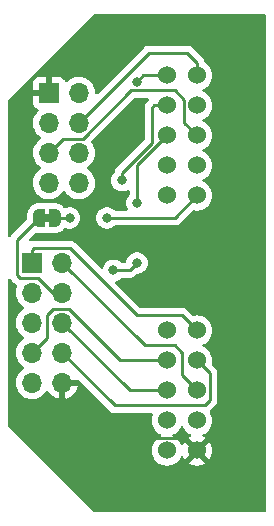
<source format=gbr>
G04 #@! TF.GenerationSoftware,KiCad,Pcbnew,(6.0.0)*
G04 #@! TF.CreationDate,2021-12-31T10:21:58-05:00*
G04 #@! TF.ProjectId,SKR-Mini_Screen,534b522d-4d69-46e6-995f-53637265656e,rev?*
G04 #@! TF.SameCoordinates,Original*
G04 #@! TF.FileFunction,Copper,L1,Top*
G04 #@! TF.FilePolarity,Positive*
%FSLAX46Y46*%
G04 Gerber Fmt 4.6, Leading zero omitted, Abs format (unit mm)*
G04 Created by KiCad (PCBNEW (6.0.0)) date 2021-12-31 10:21:58*
%MOMM*%
%LPD*%
G01*
G04 APERTURE LIST*
G04 Aperture macros list*
%AMFreePoly0*
4,1,22,0.500000,-0.750000,0.000000,-0.750000,0.000000,-0.745033,-0.079941,-0.743568,-0.215256,-0.701293,-0.333266,-0.622738,-0.424486,-0.514219,-0.481581,-0.384460,-0.499164,-0.250000,-0.500000,-0.250000,-0.500000,0.250000,-0.499164,0.250000,-0.499963,0.256109,-0.478152,0.396186,-0.417904,0.524511,-0.324060,0.630769,-0.204165,0.706417,-0.067858,0.745374,0.000000,0.744959,0.000000,0.750000,
0.500000,0.750000,0.500000,-0.750000,0.500000,-0.750000,$1*%
%AMFreePoly1*
4,1,20,0.000000,0.744959,0.073905,0.744508,0.209726,0.703889,0.328688,0.626782,0.421226,0.519385,0.479903,0.390333,0.500000,0.250000,0.500000,-0.250000,0.499851,-0.262216,0.476331,-0.402017,0.414519,-0.529596,0.319384,-0.634700,0.198574,-0.708877,0.061801,-0.746166,0.000000,-0.745033,0.000000,-0.750000,-0.500000,-0.750000,-0.500000,0.750000,0.000000,0.750000,0.000000,0.744959,
0.000000,0.744959,$1*%
G04 Aperture macros list end*
G04 #@! TA.AperFunction,ComponentPad*
%ADD10C,1.524000*%
G04 #@! TD*
G04 #@! TA.AperFunction,SMDPad,CuDef*
%ADD11FreePoly0,0.000000*%
G04 #@! TD*
G04 #@! TA.AperFunction,SMDPad,CuDef*
%ADD12FreePoly1,0.000000*%
G04 #@! TD*
G04 #@! TA.AperFunction,ComponentPad*
%ADD13R,1.700000X1.700000*%
G04 #@! TD*
G04 #@! TA.AperFunction,ComponentPad*
%ADD14O,1.700000X1.700000*%
G04 #@! TD*
G04 #@! TA.AperFunction,ViaPad*
%ADD15C,0.800000*%
G04 #@! TD*
G04 #@! TA.AperFunction,Conductor*
%ADD16C,0.250000*%
G04 #@! TD*
G04 APERTURE END LIST*
G36*
X127250000Y-103170000D02*
G01*
X126750000Y-103170000D01*
X126750000Y-102570000D01*
X127250000Y-102570000D01*
X127250000Y-103170000D01*
G37*
D10*
X137160000Y-112395000D03*
X139700000Y-112395000D03*
X137160000Y-114935000D03*
X139700000Y-114935000D03*
X137160000Y-117475000D03*
X139700000Y-117475000D03*
X137160000Y-120015000D03*
X139700000Y-120015000D03*
X137160000Y-122555000D03*
X139700000Y-122555000D03*
X137160000Y-90805000D03*
X139700000Y-90805000D03*
X137160000Y-93345000D03*
X139700000Y-93345000D03*
X137160000Y-95885000D03*
X139700000Y-95885000D03*
X137160000Y-98425000D03*
X139700000Y-98425000D03*
X137160000Y-100965000D03*
X139700000Y-100965000D03*
D11*
X126350000Y-102870000D03*
D12*
X127650000Y-102870000D03*
D13*
X125730000Y-106680000D03*
D14*
X128270000Y-106680000D03*
X125730000Y-109220000D03*
X128270000Y-109220000D03*
X125730000Y-111760000D03*
X128270000Y-111760000D03*
X125730000Y-114300000D03*
X128270000Y-114300000D03*
X125730000Y-116840000D03*
X128270000Y-116840000D03*
D13*
X127178000Y-92292000D03*
D14*
X129718000Y-92292000D03*
X127178000Y-94832000D03*
X129718000Y-94832000D03*
X127178000Y-97372000D03*
X129718000Y-97372000D03*
X127178000Y-99912000D03*
X129718000Y-99912000D03*
D15*
X133350000Y-99695000D03*
X132625000Y-107315000D03*
X134620000Y-106680000D03*
X134620000Y-101600000D03*
X134620000Y-91350500D03*
X132080000Y-102870000D03*
X128905000Y-102870000D03*
D16*
X128270000Y-116840000D02*
X128270000Y-118042081D01*
X138938001Y-121793001D02*
X139700000Y-122555000D01*
X131695918Y-121467999D02*
X138612999Y-121467999D01*
X138612999Y-121467999D02*
X138938001Y-121793001D01*
X128270000Y-118042081D02*
X131695918Y-121467999D01*
X140787001Y-118292999D02*
X140787001Y-116022001D01*
X140787001Y-116022001D02*
X140461999Y-115696999D01*
X132715000Y-118745000D02*
X140335000Y-118745000D01*
X140461999Y-115696999D02*
X139700000Y-114935000D01*
X128270000Y-114300000D02*
X132715000Y-118745000D01*
X140335000Y-118745000D02*
X140787001Y-118292999D01*
X127000000Y-113030000D02*
X125730000Y-114300000D01*
X127000000Y-111125000D02*
X127000000Y-113030000D01*
X127540001Y-110584999D02*
X127000000Y-111125000D01*
X133184002Y-114935000D02*
X128834001Y-110584999D01*
X128834001Y-110584999D02*
X127540001Y-110584999D01*
X137160000Y-114935000D02*
X133184002Y-114935000D01*
X133985000Y-117475000D02*
X128270000Y-111760000D01*
X137160000Y-117475000D02*
X133985000Y-117475000D01*
X136082370Y-93345000D02*
X137160000Y-93345000D01*
X135890000Y-96518590D02*
X135890000Y-93537370D01*
X135890000Y-93537370D02*
X136082370Y-93345000D01*
X133350000Y-99695000D02*
X133350000Y-99058590D01*
X133350000Y-99058590D02*
X135890000Y-96518590D01*
X124460000Y-104760000D02*
X126350000Y-102870000D01*
X126199002Y-107950000D02*
X124714998Y-107950000D01*
X128270000Y-109220000D02*
X127469002Y-109220000D01*
X124460000Y-107695002D02*
X124460000Y-104760000D01*
X124714998Y-107950000D02*
X124460000Y-107695002D01*
X127469002Y-109220000D02*
X126199002Y-107950000D01*
X134620000Y-106680000D02*
X134620000Y-106680000D01*
X132625000Y-107315000D02*
X133985000Y-107315000D01*
X133985000Y-107315000D02*
X134620000Y-106680000D01*
X134620000Y-98425000D02*
X137160000Y-95885000D01*
X134620000Y-101600000D02*
X134620000Y-98425000D01*
X138430000Y-116205000D02*
X138430000Y-114300000D01*
X139700000Y-117475000D02*
X138430000Y-116205000D01*
X135255000Y-113665000D02*
X128270000Y-106680000D01*
X137795000Y-113665000D02*
X135255000Y-113665000D01*
X138430000Y-114300000D02*
X137795000Y-113665000D01*
X125900000Y-105410000D02*
X125730000Y-105580000D01*
X139700000Y-112395000D02*
X138430000Y-111125000D01*
X128905000Y-105410000D02*
X125900000Y-105410000D01*
X134620000Y-111125000D02*
X128905000Y-105410000D01*
X138430000Y-111125000D02*
X134620000Y-111125000D01*
X125730000Y-105580000D02*
X125730000Y-106680000D01*
X128352511Y-96197489D02*
X127178000Y-97372000D01*
X138612999Y-92892999D02*
X138612999Y-94797999D01*
X138612999Y-94797999D02*
X139700000Y-95885000D01*
X134136010Y-92075000D02*
X130013521Y-96197489D01*
X130013521Y-96197489D02*
X128352511Y-96197489D01*
X137795000Y-92075000D02*
X138612999Y-92892999D01*
X137795000Y-92075000D02*
X134136010Y-92075000D01*
X135650000Y-88900000D02*
X129718000Y-94832000D01*
X129718000Y-94682386D02*
X129718000Y-94832000D01*
X138872630Y-88900000D02*
X135650000Y-88900000D01*
X139700000Y-89727370D02*
X138872630Y-88900000D01*
X139700000Y-90805000D02*
X139700000Y-89727370D01*
X135165500Y-90805000D02*
X134620000Y-91350500D01*
X137160000Y-90805000D02*
X135165500Y-90805000D01*
X129673000Y-97028000D02*
X130302000Y-97028000D01*
X132080000Y-102870000D02*
X137795000Y-102870000D01*
X127650000Y-102870000D02*
X128905000Y-102870000D01*
X137795000Y-102870000D02*
X139700000Y-100965000D01*
X127133000Y-99568000D02*
X127127000Y-99568000D01*
G04 #@! TA.AperFunction,Conductor*
G36*
X145484121Y-85618002D02*
G01*
X145530614Y-85671658D01*
X145542000Y-85724000D01*
X145542000Y-127636000D01*
X145521998Y-127704121D01*
X145468342Y-127750614D01*
X145416000Y-127762000D01*
X131072610Y-127762000D01*
X131004489Y-127741998D01*
X130983515Y-127725095D01*
X123734905Y-120476485D01*
X123700879Y-120414173D01*
X123698000Y-120387390D01*
X123698000Y-108111762D01*
X123718002Y-108043641D01*
X123771658Y-107997148D01*
X123841932Y-107987044D01*
X123906512Y-108016538D01*
X123925946Y-108037714D01*
X123926445Y-108038401D01*
X123932952Y-108048309D01*
X123942302Y-108064118D01*
X123955458Y-108086364D01*
X123969779Y-108100685D01*
X123982619Y-108115718D01*
X123994528Y-108132109D01*
X124000634Y-108137160D01*
X124028605Y-108160300D01*
X124037384Y-108168290D01*
X124211341Y-108342247D01*
X124218885Y-108350537D01*
X124222998Y-108357018D01*
X124228775Y-108362443D01*
X124272665Y-108403658D01*
X124275507Y-108406413D01*
X124295229Y-108426135D01*
X124298353Y-108428558D01*
X124298357Y-108428562D01*
X124298422Y-108428612D01*
X124307443Y-108436317D01*
X124339677Y-108466586D01*
X124346625Y-108470405D01*
X124346627Y-108470407D01*
X124357430Y-108476346D01*
X124373957Y-108487202D01*
X124383696Y-108494757D01*
X124383698Y-108494758D01*
X124389958Y-108499614D01*
X124418342Y-108511897D01*
X124472915Y-108557307D01*
X124494275Y-108625014D01*
X124482587Y-108680584D01*
X124452869Y-108744605D01*
X124452866Y-108744612D01*
X124450688Y-108749305D01*
X124390989Y-108964570D01*
X124367251Y-109186695D01*
X124367548Y-109191848D01*
X124367548Y-109191851D01*
X124373011Y-109286590D01*
X124380110Y-109409715D01*
X124381247Y-109414761D01*
X124381248Y-109414767D01*
X124401119Y-109502939D01*
X124429222Y-109627639D01*
X124513266Y-109834616D01*
X124629987Y-110025088D01*
X124776250Y-110193938D01*
X124948126Y-110336632D01*
X125018595Y-110377811D01*
X125021445Y-110379476D01*
X125070169Y-110431114D01*
X125083240Y-110500897D01*
X125056509Y-110566669D01*
X125016055Y-110600027D01*
X125003607Y-110606507D01*
X124999474Y-110609610D01*
X124999471Y-110609612D01*
X124829100Y-110737530D01*
X124824965Y-110740635D01*
X124670629Y-110902138D01*
X124544743Y-111086680D01*
X124450688Y-111289305D01*
X124390989Y-111504570D01*
X124367251Y-111726695D01*
X124367548Y-111731848D01*
X124367548Y-111731851D01*
X124369314Y-111762474D01*
X124380110Y-111949715D01*
X124381247Y-111954761D01*
X124381248Y-111954767D01*
X124405304Y-112061508D01*
X124429222Y-112167639D01*
X124513266Y-112374616D01*
X124629987Y-112565088D01*
X124776250Y-112733938D01*
X124948126Y-112876632D01*
X125018595Y-112917811D01*
X125021445Y-112919476D01*
X125070169Y-112971114D01*
X125083240Y-113040897D01*
X125056509Y-113106669D01*
X125016055Y-113140027D01*
X125003607Y-113146507D01*
X124999474Y-113149610D01*
X124999471Y-113149612D01*
X124829100Y-113277530D01*
X124824965Y-113280635D01*
X124670629Y-113442138D01*
X124544743Y-113626680D01*
X124450688Y-113829305D01*
X124390989Y-114044570D01*
X124367251Y-114266695D01*
X124367548Y-114271848D01*
X124367548Y-114271851D01*
X124373011Y-114366590D01*
X124380110Y-114489715D01*
X124381247Y-114494761D01*
X124381248Y-114494767D01*
X124382158Y-114498804D01*
X124429222Y-114707639D01*
X124513266Y-114914616D01*
X124564942Y-114998944D01*
X124627291Y-115100688D01*
X124629987Y-115105088D01*
X124776250Y-115273938D01*
X124948126Y-115416632D01*
X125018595Y-115457811D01*
X125021445Y-115459476D01*
X125070169Y-115511114D01*
X125083240Y-115580897D01*
X125056509Y-115646669D01*
X125016055Y-115680027D01*
X125003607Y-115686507D01*
X124999474Y-115689610D01*
X124999471Y-115689612D01*
X124829100Y-115817530D01*
X124824965Y-115820635D01*
X124670629Y-115982138D01*
X124544743Y-116166680D01*
X124526956Y-116205000D01*
X124453245Y-116363797D01*
X124450688Y-116369305D01*
X124390989Y-116584570D01*
X124367251Y-116806695D01*
X124367548Y-116811848D01*
X124367548Y-116811851D01*
X124369017Y-116837324D01*
X124380110Y-117029715D01*
X124381247Y-117034761D01*
X124381248Y-117034767D01*
X124382158Y-117038804D01*
X124429222Y-117247639D01*
X124513266Y-117454616D01*
X124629987Y-117645088D01*
X124776250Y-117813938D01*
X124948126Y-117956632D01*
X125141000Y-118069338D01*
X125145825Y-118071180D01*
X125145826Y-118071181D01*
X125158967Y-118076199D01*
X125349692Y-118149030D01*
X125354760Y-118150061D01*
X125354763Y-118150062D01*
X125449862Y-118169410D01*
X125568597Y-118193567D01*
X125573772Y-118193757D01*
X125573774Y-118193757D01*
X125786673Y-118201564D01*
X125786677Y-118201564D01*
X125791837Y-118201753D01*
X125796957Y-118201097D01*
X125796959Y-118201097D01*
X126008288Y-118174025D01*
X126008289Y-118174025D01*
X126013416Y-118173368D01*
X126018366Y-118171883D01*
X126222429Y-118110661D01*
X126222434Y-118110659D01*
X126227384Y-118109174D01*
X126427994Y-118010896D01*
X126609860Y-117881173D01*
X126768096Y-117723489D01*
X126827594Y-117640689D01*
X126898453Y-117542077D01*
X126899640Y-117542930D01*
X126946960Y-117499362D01*
X127016897Y-117487145D01*
X127082338Y-117514678D01*
X127110166Y-117546511D01*
X127167694Y-117640388D01*
X127173777Y-117648699D01*
X127313213Y-117809667D01*
X127320580Y-117816883D01*
X127484434Y-117952916D01*
X127492881Y-117958831D01*
X127676756Y-118066279D01*
X127686042Y-118070729D01*
X127885001Y-118146703D01*
X127894899Y-118149579D01*
X127998250Y-118170606D01*
X128012299Y-118169410D01*
X128016000Y-118159065D01*
X128016000Y-118158517D01*
X128524000Y-118158517D01*
X128528064Y-118172359D01*
X128541478Y-118174393D01*
X128548184Y-118173534D01*
X128558262Y-118171392D01*
X128762255Y-118110191D01*
X128771842Y-118106433D01*
X128963095Y-118012739D01*
X128971945Y-118007464D01*
X129145328Y-117883792D01*
X129153200Y-117877139D01*
X129304052Y-117726812D01*
X129310730Y-117718965D01*
X129435003Y-117546020D01*
X129440313Y-117537183D01*
X129534670Y-117346267D01*
X129538469Y-117336672D01*
X129600377Y-117132910D01*
X129602555Y-117122837D01*
X129603986Y-117111962D01*
X129601775Y-117097778D01*
X129588617Y-117094000D01*
X128542115Y-117094000D01*
X128526876Y-117098475D01*
X128525671Y-117099865D01*
X128524000Y-117107548D01*
X128524000Y-118158517D01*
X128016000Y-118158517D01*
X128016000Y-116712000D01*
X128036002Y-116643879D01*
X128089658Y-116597386D01*
X128142000Y-116586000D01*
X129606459Y-116586000D01*
X129606459Y-116590775D01*
X129643133Y-116590792D01*
X129696673Y-116622577D01*
X132211343Y-119137247D01*
X132218887Y-119145537D01*
X132223000Y-119152018D01*
X132228777Y-119157443D01*
X132272667Y-119198658D01*
X132275509Y-119201413D01*
X132295230Y-119221134D01*
X132298425Y-119223612D01*
X132307447Y-119231318D01*
X132339679Y-119261586D01*
X132346628Y-119265406D01*
X132357432Y-119271346D01*
X132373956Y-119282199D01*
X132389959Y-119294613D01*
X132430543Y-119312176D01*
X132441173Y-119317383D01*
X132479940Y-119338695D01*
X132487617Y-119340666D01*
X132487622Y-119340668D01*
X132499558Y-119343732D01*
X132518266Y-119350137D01*
X132536855Y-119358181D01*
X132544683Y-119359421D01*
X132544690Y-119359423D01*
X132580524Y-119365099D01*
X132592144Y-119367505D01*
X132612831Y-119372816D01*
X132634970Y-119378500D01*
X132655224Y-119378500D01*
X132674934Y-119380051D01*
X132694943Y-119383220D01*
X132702835Y-119382474D01*
X132738961Y-119379059D01*
X132750819Y-119378500D01*
X135857183Y-119378500D01*
X135925304Y-119398502D01*
X135971797Y-119452158D01*
X135981901Y-119522432D01*
X135971377Y-119557751D01*
X135961560Y-119578804D01*
X135904022Y-119793537D01*
X135884647Y-120015000D01*
X135904022Y-120236463D01*
X135961560Y-120451196D01*
X135963882Y-120456177D01*
X135963883Y-120456178D01*
X136053186Y-120647689D01*
X136053189Y-120647694D01*
X136055512Y-120652676D01*
X136058668Y-120657183D01*
X136058669Y-120657185D01*
X136079180Y-120686477D01*
X136183023Y-120834781D01*
X136340219Y-120991977D01*
X136344727Y-120995134D01*
X136344730Y-120995136D01*
X136404157Y-121036747D01*
X136522323Y-121119488D01*
X136527305Y-121121811D01*
X136527310Y-121121814D01*
X136632373Y-121170805D01*
X136685658Y-121217722D01*
X136705119Y-121285999D01*
X136684577Y-121353959D01*
X136632373Y-121399195D01*
X136527311Y-121448186D01*
X136527306Y-121448189D01*
X136522324Y-121450512D01*
X136517817Y-121453668D01*
X136517815Y-121453669D01*
X136344730Y-121574864D01*
X136344727Y-121574866D01*
X136340219Y-121578023D01*
X136183023Y-121735219D01*
X136179866Y-121739727D01*
X136179864Y-121739730D01*
X136058669Y-121912815D01*
X136055512Y-121917324D01*
X136053189Y-121922306D01*
X136053186Y-121922311D01*
X136003919Y-122027965D01*
X135961560Y-122118804D01*
X135904022Y-122333537D01*
X135884647Y-122555000D01*
X135904022Y-122776463D01*
X135961560Y-122991196D01*
X135963882Y-122996177D01*
X135963883Y-122996178D01*
X136053186Y-123187689D01*
X136053189Y-123187694D01*
X136055512Y-123192676D01*
X136058668Y-123197183D01*
X136058669Y-123197185D01*
X136095107Y-123249223D01*
X136183023Y-123374781D01*
X136340219Y-123531977D01*
X136344727Y-123535134D01*
X136344730Y-123535136D01*
X136420495Y-123588187D01*
X136522323Y-123659488D01*
X136527305Y-123661811D01*
X136527310Y-123661814D01*
X136717810Y-123750645D01*
X136723804Y-123753440D01*
X136729112Y-123754862D01*
X136729114Y-123754863D01*
X136794949Y-123772503D01*
X136938537Y-123810978D01*
X137160000Y-123830353D01*
X137381463Y-123810978D01*
X137525051Y-123772503D01*
X137590886Y-123754863D01*
X137590888Y-123754862D01*
X137596196Y-123753440D01*
X137602190Y-123750645D01*
X137792690Y-123661814D01*
X137792695Y-123661811D01*
X137797677Y-123659488D01*
X137862959Y-123613777D01*
X139005777Y-123613777D01*
X139015074Y-123625793D01*
X139058069Y-123655898D01*
X139067555Y-123661376D01*
X139258993Y-123750645D01*
X139269285Y-123754391D01*
X139473309Y-123809059D01*
X139484104Y-123810962D01*
X139694525Y-123829372D01*
X139705475Y-123829372D01*
X139915896Y-123810962D01*
X139926691Y-123809059D01*
X140130715Y-123754391D01*
X140141007Y-123750645D01*
X140332445Y-123661376D01*
X140341931Y-123655898D01*
X140385764Y-123625207D01*
X140394139Y-123614729D01*
X140387071Y-123601281D01*
X139712812Y-122927022D01*
X139698868Y-122919408D01*
X139697035Y-122919539D01*
X139690420Y-122923790D01*
X139012207Y-123602003D01*
X139005777Y-123613777D01*
X137862959Y-123613777D01*
X137899505Y-123588187D01*
X137975270Y-123535136D01*
X137975273Y-123535134D01*
X137979781Y-123531977D01*
X138136977Y-123374781D01*
X138224894Y-123249223D01*
X138261331Y-123197185D01*
X138261332Y-123197183D01*
X138264488Y-123192676D01*
X138266811Y-123187694D01*
X138266814Y-123187689D01*
X138316081Y-123082035D01*
X138362999Y-123028750D01*
X138431276Y-123009289D01*
X138499236Y-123029831D01*
X138544471Y-123082035D01*
X138593623Y-123187441D01*
X138599103Y-123196932D01*
X138629794Y-123240765D01*
X138640271Y-123249140D01*
X138653718Y-123242072D01*
X139327978Y-122567812D01*
X139334356Y-122556132D01*
X140064408Y-122556132D01*
X140064539Y-122557965D01*
X140068790Y-122564580D01*
X140747003Y-123242793D01*
X140758777Y-123249223D01*
X140770793Y-123239926D01*
X140800897Y-123196932D01*
X140806377Y-123187441D01*
X140895645Y-122996007D01*
X140899391Y-122985715D01*
X140954059Y-122781691D01*
X140955962Y-122770896D01*
X140974372Y-122560475D01*
X140974372Y-122549525D01*
X140955962Y-122339104D01*
X140954059Y-122328309D01*
X140899391Y-122124285D01*
X140895645Y-122113993D01*
X140806377Y-121922559D01*
X140800897Y-121913068D01*
X140770206Y-121869235D01*
X140759729Y-121860860D01*
X140746282Y-121867928D01*
X140072022Y-122542188D01*
X140064408Y-122556132D01*
X139334356Y-122556132D01*
X139335592Y-122553868D01*
X139335461Y-122552035D01*
X139331210Y-122545420D01*
X138652997Y-121867207D01*
X138641223Y-121860777D01*
X138629207Y-121870074D01*
X138599103Y-121913068D01*
X138593623Y-121922559D01*
X138544471Y-122027965D01*
X138497553Y-122081250D01*
X138429276Y-122100711D01*
X138361316Y-122080169D01*
X138316081Y-122027965D01*
X138266814Y-121922311D01*
X138266811Y-121922306D01*
X138264488Y-121917324D01*
X138261331Y-121912815D01*
X138140136Y-121739730D01*
X138140134Y-121739727D01*
X138136977Y-121735219D01*
X137979781Y-121578023D01*
X137975273Y-121574866D01*
X137975270Y-121574864D01*
X137899505Y-121521813D01*
X137797677Y-121450512D01*
X137792695Y-121448189D01*
X137792690Y-121448186D01*
X137687627Y-121399195D01*
X137634342Y-121352278D01*
X137614881Y-121284001D01*
X137635423Y-121216041D01*
X137687627Y-121170805D01*
X137792690Y-121121814D01*
X137792695Y-121121811D01*
X137797677Y-121119488D01*
X137915843Y-121036747D01*
X137975270Y-120995136D01*
X137975273Y-120995134D01*
X137979781Y-120991977D01*
X138136977Y-120834781D01*
X138240821Y-120686477D01*
X138261331Y-120657185D01*
X138261332Y-120657183D01*
X138264488Y-120652676D01*
X138266811Y-120647694D01*
X138266814Y-120647689D01*
X138315805Y-120542627D01*
X138362723Y-120489342D01*
X138431000Y-120469881D01*
X138498960Y-120490423D01*
X138544195Y-120542627D01*
X138593186Y-120647689D01*
X138593189Y-120647694D01*
X138595512Y-120652676D01*
X138598668Y-120657183D01*
X138598669Y-120657185D01*
X138619180Y-120686477D01*
X138723023Y-120834781D01*
X138880219Y-120991977D01*
X138884727Y-120995134D01*
X138884730Y-120995136D01*
X138944157Y-121036747D01*
X139062323Y-121119488D01*
X139067305Y-121121811D01*
X139067310Y-121121814D01*
X139172965Y-121171081D01*
X139226250Y-121217998D01*
X139245711Y-121286275D01*
X139225169Y-121354235D01*
X139172965Y-121399471D01*
X139067559Y-121448623D01*
X139058068Y-121454103D01*
X139014235Y-121484794D01*
X139005860Y-121495271D01*
X139012928Y-121508718D01*
X139687188Y-122182978D01*
X139701132Y-122190592D01*
X139702965Y-122190461D01*
X139709580Y-122186210D01*
X140387793Y-121507997D01*
X140394223Y-121496223D01*
X140384926Y-121484207D01*
X140341931Y-121454102D01*
X140332445Y-121448624D01*
X140227035Y-121399471D01*
X140173750Y-121352554D01*
X140154289Y-121284277D01*
X140174831Y-121216317D01*
X140227035Y-121171081D01*
X140332690Y-121121814D01*
X140332695Y-121121811D01*
X140337677Y-121119488D01*
X140455843Y-121036747D01*
X140515270Y-120995136D01*
X140515273Y-120995134D01*
X140519781Y-120991977D01*
X140676977Y-120834781D01*
X140780821Y-120686477D01*
X140801331Y-120657185D01*
X140801332Y-120657183D01*
X140804488Y-120652676D01*
X140806811Y-120647694D01*
X140806814Y-120647689D01*
X140896117Y-120456178D01*
X140896118Y-120456177D01*
X140898440Y-120451196D01*
X140955978Y-120236463D01*
X140975353Y-120015000D01*
X140955978Y-119793537D01*
X140898440Y-119578804D01*
X140839384Y-119452158D01*
X140806814Y-119382311D01*
X140806811Y-119382306D01*
X140804488Y-119377324D01*
X140781425Y-119344386D01*
X140758737Y-119277113D01*
X140776022Y-119208253D01*
X140787553Y-119191801D01*
X140800288Y-119176407D01*
X140808278Y-119167626D01*
X141179260Y-118796645D01*
X141187538Y-118789112D01*
X141194019Y-118784999D01*
X141240631Y-118735361D01*
X141243386Y-118732518D01*
X141260335Y-118715570D01*
X141263136Y-118712769D01*
X141265616Y-118709572D01*
X141273321Y-118700550D01*
X141298160Y-118674099D01*
X141303587Y-118668320D01*
X141307406Y-118661374D01*
X141307408Y-118661371D01*
X141313349Y-118650565D01*
X141324200Y-118634046D01*
X141331759Y-118624300D01*
X141336615Y-118618040D01*
X141339760Y-118610771D01*
X141339763Y-118610767D01*
X141354175Y-118577462D01*
X141359392Y-118566812D01*
X141380696Y-118528059D01*
X141385734Y-118508436D01*
X141392138Y-118489733D01*
X141397034Y-118478419D01*
X141397034Y-118478418D01*
X141400182Y-118471144D01*
X141401421Y-118463321D01*
X141401424Y-118463311D01*
X141407100Y-118427475D01*
X141409506Y-118415855D01*
X141418529Y-118380710D01*
X141418529Y-118380709D01*
X141420501Y-118373029D01*
X141420501Y-118352775D01*
X141422052Y-118333064D01*
X141423981Y-118320885D01*
X141425221Y-118313056D01*
X141421060Y-118269037D01*
X141420501Y-118257180D01*
X141420501Y-116100768D01*
X141421028Y-116089585D01*
X141422703Y-116082092D01*
X141421265Y-116036331D01*
X141420563Y-116014015D01*
X141420501Y-116010056D01*
X141420501Y-115982145D01*
X141419996Y-115978145D01*
X141419063Y-115966302D01*
X141417923Y-115930030D01*
X141417674Y-115922111D01*
X141412023Y-115902659D01*
X141408015Y-115883307D01*
X141406468Y-115871064D01*
X141405475Y-115863204D01*
X141396228Y-115839848D01*
X141389201Y-115822098D01*
X141385356Y-115810871D01*
X141377431Y-115783595D01*
X141373019Y-115768408D01*
X141368985Y-115761586D01*
X141368982Y-115761580D01*
X141362707Y-115750969D01*
X141354011Y-115733219D01*
X141349473Y-115721757D01*
X141349470Y-115721752D01*
X141346553Y-115714384D01*
X141328555Y-115689612D01*
X141320574Y-115678626D01*
X141314058Y-115668708D01*
X141295576Y-115637458D01*
X141291543Y-115630638D01*
X141277219Y-115616314D01*
X141264377Y-115601279D01*
X141261862Y-115597817D01*
X141252473Y-115584894D01*
X141218407Y-115556712D01*
X141209628Y-115548723D01*
X140978126Y-115317221D01*
X140944100Y-115254909D01*
X140945515Y-115195514D01*
X140954553Y-115161783D01*
X140954554Y-115161777D01*
X140955978Y-115156463D01*
X140975353Y-114935000D01*
X140955978Y-114713537D01*
X140898440Y-114498804D01*
X140838335Y-114369908D01*
X140806814Y-114302311D01*
X140806811Y-114302306D01*
X140804488Y-114297324D01*
X140786652Y-114271851D01*
X140680136Y-114119730D01*
X140680134Y-114119727D01*
X140676977Y-114115219D01*
X140519781Y-113958023D01*
X140515273Y-113954866D01*
X140515270Y-113954864D01*
X140403016Y-113876263D01*
X140337677Y-113830512D01*
X140332695Y-113828189D01*
X140332690Y-113828186D01*
X140227627Y-113779195D01*
X140174342Y-113732278D01*
X140154881Y-113664001D01*
X140175423Y-113596041D01*
X140227627Y-113550805D01*
X140332690Y-113501814D01*
X140332695Y-113501811D01*
X140337677Y-113499488D01*
X140439505Y-113428187D01*
X140515270Y-113375136D01*
X140515273Y-113375134D01*
X140519781Y-113371977D01*
X140676977Y-113214781D01*
X140680314Y-113210016D01*
X140801331Y-113037185D01*
X140801332Y-113037183D01*
X140804488Y-113032676D01*
X140806811Y-113027694D01*
X140806814Y-113027689D01*
X140896117Y-112836178D01*
X140896118Y-112836177D01*
X140898440Y-112831196D01*
X140955978Y-112616463D01*
X140975353Y-112395000D01*
X140955978Y-112173537D01*
X140898440Y-111958804D01*
X140816756Y-111783632D01*
X140806814Y-111762311D01*
X140806811Y-111762306D01*
X140804488Y-111757324D01*
X140786652Y-111731851D01*
X140680136Y-111579730D01*
X140680134Y-111579727D01*
X140676977Y-111575219D01*
X140519781Y-111418023D01*
X140515273Y-111414866D01*
X140515270Y-111414864D01*
X140439505Y-111361813D01*
X140337677Y-111290512D01*
X140332695Y-111288189D01*
X140332690Y-111288186D01*
X140141178Y-111198883D01*
X140141177Y-111198882D01*
X140136196Y-111196560D01*
X140130888Y-111195138D01*
X140130886Y-111195137D01*
X140030781Y-111168314D01*
X139921463Y-111139022D01*
X139700000Y-111119647D01*
X139478537Y-111139022D01*
X139473223Y-111140446D01*
X139473217Y-111140447D01*
X139439486Y-111149485D01*
X139368510Y-111147796D01*
X139317779Y-111116874D01*
X138933652Y-110732747D01*
X138926112Y-110724461D01*
X138922000Y-110717982D01*
X138872348Y-110671356D01*
X138869507Y-110668602D01*
X138849770Y-110648865D01*
X138846573Y-110646385D01*
X138837551Y-110638680D01*
X138832927Y-110634338D01*
X138805321Y-110608414D01*
X138798375Y-110604595D01*
X138798372Y-110604593D01*
X138787566Y-110598652D01*
X138771047Y-110587801D01*
X138770583Y-110587441D01*
X138755041Y-110575386D01*
X138747772Y-110572241D01*
X138747768Y-110572238D01*
X138714463Y-110557826D01*
X138703813Y-110552609D01*
X138665060Y-110531305D01*
X138645437Y-110526267D01*
X138626734Y-110519863D01*
X138615420Y-110514967D01*
X138615419Y-110514967D01*
X138608145Y-110511819D01*
X138600322Y-110510580D01*
X138600312Y-110510577D01*
X138564476Y-110504901D01*
X138552856Y-110502495D01*
X138517711Y-110493472D01*
X138517710Y-110493472D01*
X138510030Y-110491500D01*
X138489776Y-110491500D01*
X138470065Y-110489949D01*
X138457886Y-110488020D01*
X138450057Y-110486780D01*
X138442165Y-110487526D01*
X138406039Y-110490941D01*
X138394181Y-110491500D01*
X134934594Y-110491500D01*
X134866473Y-110471498D01*
X134845499Y-110454595D01*
X132797093Y-108406189D01*
X132763067Y-108343877D01*
X132768132Y-108273062D01*
X132810679Y-108216226D01*
X132859991Y-108193847D01*
X132872364Y-108191217D01*
X132900830Y-108185167D01*
X132900833Y-108185166D01*
X132907288Y-108183794D01*
X132942111Y-108168290D01*
X133075722Y-108108803D01*
X133075724Y-108108802D01*
X133081752Y-108106118D01*
X133118338Y-108079537D01*
X133230914Y-107997745D01*
X133236253Y-107993866D01*
X133240668Y-107988963D01*
X133245580Y-107984540D01*
X133246705Y-107985789D01*
X133300014Y-107952949D01*
X133333200Y-107948500D01*
X133906233Y-107948500D01*
X133917416Y-107949027D01*
X133924909Y-107950702D01*
X133932835Y-107950453D01*
X133932836Y-107950453D01*
X133992986Y-107948562D01*
X133996945Y-107948500D01*
X134024856Y-107948500D01*
X134028791Y-107948003D01*
X134028856Y-107947995D01*
X134040693Y-107947062D01*
X134072951Y-107946048D01*
X134076970Y-107945922D01*
X134084889Y-107945673D01*
X134104343Y-107940021D01*
X134123700Y-107936013D01*
X134135930Y-107934468D01*
X134135931Y-107934468D01*
X134143797Y-107933474D01*
X134151168Y-107930555D01*
X134151170Y-107930555D01*
X134184912Y-107917196D01*
X134196142Y-107913351D01*
X134230983Y-107903229D01*
X134230984Y-107903229D01*
X134238593Y-107901018D01*
X134245412Y-107896985D01*
X134245417Y-107896983D01*
X134256028Y-107890707D01*
X134273776Y-107882012D01*
X134292617Y-107874552D01*
X134328387Y-107848564D01*
X134338307Y-107842048D01*
X134369535Y-107823580D01*
X134369538Y-107823578D01*
X134376362Y-107819542D01*
X134390683Y-107805221D01*
X134405717Y-107792380D01*
X134415694Y-107785131D01*
X134422107Y-107780472D01*
X134450298Y-107746395D01*
X134458288Y-107737616D01*
X134570499Y-107625405D01*
X134632811Y-107591379D01*
X134659594Y-107588500D01*
X134715487Y-107588500D01*
X134721939Y-107587128D01*
X134721944Y-107587128D01*
X134808888Y-107568647D01*
X134902288Y-107548794D01*
X135045375Y-107485088D01*
X135070722Y-107473803D01*
X135070724Y-107473802D01*
X135076752Y-107471118D01*
X135231253Y-107358866D01*
X135235675Y-107353955D01*
X135354621Y-107221852D01*
X135354622Y-107221851D01*
X135359040Y-107216944D01*
X135454527Y-107051556D01*
X135513542Y-106869928D01*
X135533504Y-106680000D01*
X135521803Y-106568671D01*
X135514232Y-106496635D01*
X135514232Y-106496633D01*
X135513542Y-106490072D01*
X135454527Y-106308444D01*
X135359040Y-106143056D01*
X135231253Y-106001134D01*
X135076752Y-105888882D01*
X135070724Y-105886198D01*
X135070722Y-105886197D01*
X134908319Y-105813891D01*
X134908318Y-105813891D01*
X134902288Y-105811206D01*
X134808888Y-105791353D01*
X134721944Y-105772872D01*
X134721939Y-105772872D01*
X134715487Y-105771500D01*
X134524513Y-105771500D01*
X134518061Y-105772872D01*
X134518056Y-105772872D01*
X134431113Y-105791353D01*
X134337712Y-105811206D01*
X134331682Y-105813891D01*
X134331681Y-105813891D01*
X134169278Y-105886197D01*
X134169276Y-105886198D01*
X134163248Y-105888882D01*
X134008747Y-106001134D01*
X133880960Y-106143056D01*
X133785473Y-106308444D01*
X133726458Y-106490072D01*
X133725769Y-106496631D01*
X133725768Y-106496634D01*
X133718197Y-106568671D01*
X133691184Y-106634327D01*
X133632962Y-106674957D01*
X133592887Y-106681500D01*
X133333200Y-106681500D01*
X133265079Y-106661498D01*
X133245853Y-106645157D01*
X133245580Y-106645460D01*
X133240668Y-106641037D01*
X133236253Y-106636134D01*
X133081752Y-106523882D01*
X133075724Y-106521198D01*
X133075722Y-106521197D01*
X132913319Y-106448891D01*
X132913318Y-106448891D01*
X132907288Y-106446206D01*
X132813887Y-106426353D01*
X132726944Y-106407872D01*
X132726939Y-106407872D01*
X132720487Y-106406500D01*
X132529513Y-106406500D01*
X132523061Y-106407872D01*
X132523056Y-106407872D01*
X132436113Y-106426353D01*
X132342712Y-106446206D01*
X132336682Y-106448891D01*
X132336681Y-106448891D01*
X132174278Y-106521197D01*
X132174276Y-106521198D01*
X132168248Y-106523882D01*
X132013747Y-106636134D01*
X131885960Y-106778056D01*
X131790473Y-106943444D01*
X131745491Y-107081885D01*
X131742152Y-107092160D01*
X131702078Y-107150766D01*
X131636682Y-107178403D01*
X131566725Y-107166296D01*
X131533224Y-107142319D01*
X129408652Y-105017747D01*
X129401112Y-105009461D01*
X129397000Y-105002982D01*
X129347348Y-104956356D01*
X129344507Y-104953602D01*
X129324770Y-104933865D01*
X129321573Y-104931385D01*
X129312551Y-104923680D01*
X129280321Y-104893414D01*
X129273375Y-104889595D01*
X129273372Y-104889593D01*
X129262566Y-104883652D01*
X129246047Y-104872801D01*
X129245583Y-104872441D01*
X129230041Y-104860386D01*
X129222772Y-104857241D01*
X129222768Y-104857238D01*
X129189463Y-104842826D01*
X129178813Y-104837609D01*
X129140060Y-104816305D01*
X129120437Y-104811267D01*
X129101734Y-104804863D01*
X129090420Y-104799967D01*
X129090419Y-104799967D01*
X129083145Y-104796819D01*
X129075322Y-104795580D01*
X129075312Y-104795577D01*
X129039476Y-104789901D01*
X129027856Y-104787495D01*
X128992711Y-104778472D01*
X128992710Y-104778472D01*
X128985030Y-104776500D01*
X128964776Y-104776500D01*
X128945065Y-104774949D01*
X128932886Y-104773020D01*
X128925057Y-104771780D01*
X128895786Y-104774547D01*
X128881039Y-104775941D01*
X128869181Y-104776500D01*
X125978767Y-104776500D01*
X125967584Y-104775973D01*
X125960091Y-104774298D01*
X125952165Y-104774547D01*
X125952164Y-104774547D01*
X125892014Y-104776438D01*
X125888055Y-104776500D01*
X125860144Y-104776500D01*
X125856210Y-104776997D01*
X125856209Y-104776997D01*
X125856144Y-104777005D01*
X125844307Y-104777938D01*
X125812490Y-104778938D01*
X125808029Y-104779078D01*
X125800110Y-104779327D01*
X125782454Y-104784456D01*
X125780658Y-104784978D01*
X125761306Y-104788986D01*
X125754270Y-104789875D01*
X125741203Y-104791526D01*
X125733834Y-104794443D01*
X125733832Y-104794444D01*
X125700097Y-104807800D01*
X125688869Y-104811645D01*
X125646407Y-104823982D01*
X125639585Y-104828016D01*
X125639586Y-104828016D01*
X125637347Y-104829340D01*
X125635363Y-104829843D01*
X125632309Y-104831165D01*
X125632096Y-104830672D01*
X125568530Y-104846799D01*
X125501199Y-104824282D01*
X125456730Y-104768937D01*
X125449242Y-104698337D01*
X125484113Y-104631791D01*
X125978979Y-104136925D01*
X126041291Y-104102899D01*
X126105644Y-104105752D01*
X126111754Y-104107661D01*
X126111763Y-104107663D01*
X126116039Y-104108999D01*
X126120463Y-104109716D01*
X126120465Y-104109716D01*
X126157597Y-104115730D01*
X126259821Y-104132287D01*
X126326782Y-104133514D01*
X126398539Y-104134830D01*
X126398541Y-104134830D01*
X126403020Y-104134912D01*
X126407465Y-104134359D01*
X126411944Y-104134122D01*
X126411951Y-104134249D01*
X126420339Y-104133729D01*
X126850000Y-104133729D01*
X126881986Y-104131441D01*
X126916373Y-104128982D01*
X126916374Y-104128982D01*
X126923111Y-104128500D01*
X126959440Y-104117833D01*
X127012868Y-104114012D01*
X127150000Y-104133729D01*
X127637322Y-104133729D01*
X127639630Y-104133750D01*
X127703020Y-104134912D01*
X127730382Y-104131504D01*
X127843128Y-104117460D01*
X127843132Y-104117459D01*
X127847565Y-104116907D01*
X127985745Y-104079234D01*
X127989862Y-104077452D01*
X127989866Y-104077451D01*
X128115296Y-104023173D01*
X128115301Y-104023171D01*
X128119420Y-104021388D01*
X128241472Y-103946448D01*
X128353540Y-103853408D01*
X128443538Y-103753980D01*
X128504083Y-103716899D01*
X128575063Y-103718437D01*
X128588192Y-103723425D01*
X128622712Y-103738794D01*
X128662372Y-103747224D01*
X128803056Y-103777128D01*
X128803061Y-103777128D01*
X128809513Y-103778500D01*
X129000487Y-103778500D01*
X129006939Y-103777128D01*
X129006944Y-103777128D01*
X129093887Y-103758647D01*
X129187288Y-103738794D01*
X129233011Y-103718437D01*
X129355722Y-103663803D01*
X129355724Y-103663802D01*
X129361752Y-103661118D01*
X129516253Y-103548866D01*
X129557548Y-103503003D01*
X129639621Y-103411852D01*
X129639622Y-103411851D01*
X129644040Y-103406944D01*
X129739527Y-103241556D01*
X129798542Y-103059928D01*
X129802242Y-103024730D01*
X129817814Y-102876565D01*
X129818504Y-102870000D01*
X129817814Y-102863435D01*
X129799232Y-102686635D01*
X129799232Y-102686633D01*
X129798542Y-102680072D01*
X129739527Y-102498444D01*
X129644040Y-102333056D01*
X129541843Y-102219554D01*
X129520675Y-102196045D01*
X129520674Y-102196044D01*
X129516253Y-102191134D01*
X129361752Y-102078882D01*
X129355724Y-102076198D01*
X129355722Y-102076197D01*
X129193319Y-102003891D01*
X129193318Y-102003891D01*
X129187288Y-102001206D01*
X129074721Y-101977279D01*
X129006944Y-101962872D01*
X129006939Y-101962872D01*
X129000487Y-101961500D01*
X128809513Y-101961500D01*
X128803061Y-101962872D01*
X128803056Y-101962872D01*
X128664340Y-101992358D01*
X128622712Y-102001206D01*
X128616679Y-102003892D01*
X128616676Y-102003893D01*
X128587069Y-102017075D01*
X128516702Y-102026509D01*
X128452405Y-101996402D01*
X128440372Y-101984220D01*
X128371252Y-101904002D01*
X128261489Y-101808250D01*
X128254538Y-101803744D01*
X128145062Y-101732786D01*
X128141304Y-101730350D01*
X128133630Y-101726804D01*
X128013145Y-101671132D01*
X128013143Y-101671131D01*
X128009076Y-101669252D01*
X127940467Y-101648734D01*
X127876156Y-101629501D01*
X127876151Y-101629500D01*
X127871858Y-101628216D01*
X127867426Y-101627554D01*
X127867423Y-101627553D01*
X127732235Y-101607350D01*
X127732232Y-101607350D01*
X127727804Y-101606688D01*
X127653145Y-101606232D01*
X127589055Y-101605840D01*
X127589050Y-101605840D01*
X127584583Y-101605813D01*
X127582139Y-101606148D01*
X127578344Y-101606271D01*
X127150000Y-101606271D01*
X127141024Y-101606913D01*
X127083627Y-101611018D01*
X127083626Y-101611018D01*
X127076889Y-101611500D01*
X127040560Y-101622167D01*
X126987132Y-101625988D01*
X126850000Y-101606271D01*
X126359992Y-101606271D01*
X126359222Y-101606269D01*
X126289069Y-101605840D01*
X126289063Y-101605840D01*
X126284583Y-101605813D01*
X126200493Y-101617331D01*
X126144724Y-101624970D01*
X126144720Y-101624971D01*
X126140273Y-101625580D01*
X126002564Y-101664937D01*
X125869602Y-101724414D01*
X125865820Y-101726800D01*
X125865813Y-101726804D01*
X125787834Y-101776006D01*
X125748474Y-101800840D01*
X125637548Y-101895246D01*
X125542740Y-102002597D01*
X125462774Y-102124334D01*
X125460869Y-102128391D01*
X125460867Y-102128395D01*
X125427175Y-102200157D01*
X125401905Y-102253979D01*
X125400596Y-102258262D01*
X125400594Y-102258266D01*
X125375980Y-102338774D01*
X125359317Y-102393277D01*
X125337283Y-102534795D01*
X125335503Y-102680438D01*
X125336063Y-102684723D01*
X125336271Y-102691760D01*
X125336271Y-102935635D01*
X125316269Y-103003756D01*
X125299366Y-103024730D01*
X124067747Y-104256348D01*
X124059461Y-104263888D01*
X124052982Y-104268000D01*
X124047557Y-104273777D01*
X124006357Y-104317651D01*
X124003602Y-104320493D01*
X123983865Y-104340230D01*
X123981385Y-104343427D01*
X123973682Y-104352447D01*
X123943414Y-104384679D01*
X123939595Y-104391625D01*
X123939593Y-104391628D01*
X123934413Y-104401050D01*
X123884067Y-104451107D01*
X123814649Y-104465999D01*
X123748201Y-104440996D01*
X123705818Y-104384038D01*
X123698000Y-104340346D01*
X123698000Y-99878695D01*
X125815251Y-99878695D01*
X125815548Y-99883848D01*
X125815548Y-99883851D01*
X125821555Y-99988023D01*
X125828110Y-100101715D01*
X125829247Y-100106761D01*
X125829248Y-100106767D01*
X125849119Y-100194939D01*
X125877222Y-100319639D01*
X125938673Y-100470976D01*
X125949298Y-100497141D01*
X125961266Y-100526616D01*
X126006102Y-100599782D01*
X126075291Y-100712688D01*
X126077987Y-100717088D01*
X126224250Y-100885938D01*
X126396126Y-101028632D01*
X126589000Y-101141338D01*
X126797692Y-101221030D01*
X126802760Y-101222061D01*
X126802763Y-101222062D01*
X126865024Y-101234729D01*
X127016597Y-101265567D01*
X127021772Y-101265757D01*
X127021774Y-101265757D01*
X127234673Y-101273564D01*
X127234677Y-101273564D01*
X127239837Y-101273753D01*
X127244957Y-101273097D01*
X127244959Y-101273097D01*
X127456288Y-101246025D01*
X127456289Y-101246025D01*
X127461416Y-101245368D01*
X127466366Y-101243883D01*
X127670429Y-101182661D01*
X127670434Y-101182659D01*
X127675384Y-101181174D01*
X127875994Y-101082896D01*
X128057860Y-100953173D01*
X128216096Y-100795489D01*
X128275594Y-100712689D01*
X128346453Y-100614077D01*
X128347776Y-100615028D01*
X128394645Y-100571857D01*
X128464580Y-100559625D01*
X128530026Y-100587144D01*
X128557875Y-100618994D01*
X128617987Y-100717088D01*
X128764250Y-100885938D01*
X128936126Y-101028632D01*
X129129000Y-101141338D01*
X129337692Y-101221030D01*
X129342760Y-101222061D01*
X129342763Y-101222062D01*
X129405024Y-101234729D01*
X129556597Y-101265567D01*
X129561772Y-101265757D01*
X129561774Y-101265757D01*
X129774673Y-101273564D01*
X129774677Y-101273564D01*
X129779837Y-101273753D01*
X129784957Y-101273097D01*
X129784959Y-101273097D01*
X129996288Y-101246025D01*
X129996289Y-101246025D01*
X130001416Y-101245368D01*
X130006366Y-101243883D01*
X130210429Y-101182661D01*
X130210434Y-101182659D01*
X130215384Y-101181174D01*
X130415994Y-101082896D01*
X130597860Y-100953173D01*
X130756096Y-100795489D01*
X130815594Y-100712689D01*
X130883435Y-100618277D01*
X130886453Y-100614077D01*
X130891681Y-100603500D01*
X130983136Y-100418453D01*
X130983137Y-100418451D01*
X130985430Y-100413811D01*
X131017900Y-100306940D01*
X131048865Y-100205023D01*
X131048865Y-100205021D01*
X131050370Y-100200069D01*
X131079529Y-99978590D01*
X131081156Y-99912000D01*
X131062852Y-99689361D01*
X131008431Y-99472702D01*
X130919354Y-99267840D01*
X130848332Y-99158056D01*
X130800822Y-99084617D01*
X130800820Y-99084614D01*
X130798014Y-99080277D01*
X130647670Y-98915051D01*
X130643619Y-98911852D01*
X130643615Y-98911848D01*
X130476414Y-98779800D01*
X130476410Y-98779798D01*
X130472359Y-98776598D01*
X130431053Y-98753796D01*
X130381084Y-98703364D01*
X130366312Y-98633921D01*
X130391428Y-98567516D01*
X130418780Y-98540909D01*
X130462603Y-98509650D01*
X130597860Y-98413173D01*
X130756096Y-98255489D01*
X130815594Y-98172689D01*
X130883435Y-98078277D01*
X130886453Y-98074077D01*
X130907320Y-98031857D01*
X130983136Y-97878453D01*
X130983137Y-97878451D01*
X130985430Y-97873811D01*
X131050370Y-97660069D01*
X131079529Y-97438590D01*
X131081156Y-97372000D01*
X131062852Y-97149361D01*
X131008431Y-96932702D01*
X130919354Y-96727840D01*
X130798014Y-96540277D01*
X130781999Y-96522676D01*
X130768676Y-96508035D01*
X130737624Y-96444189D01*
X130746019Y-96373690D01*
X130772774Y-96334140D01*
X132544717Y-94562198D01*
X134361510Y-92745405D01*
X134423822Y-92711379D01*
X134450605Y-92708500D01*
X135518775Y-92708500D01*
X135586896Y-92728502D01*
X135633389Y-92782158D01*
X135643493Y-92852432D01*
X135613999Y-92917012D01*
X135607870Y-92923595D01*
X135497747Y-93033718D01*
X135489461Y-93041258D01*
X135482982Y-93045370D01*
X135477557Y-93051147D01*
X135436357Y-93095021D01*
X135433602Y-93097863D01*
X135413865Y-93117600D01*
X135411385Y-93120797D01*
X135403682Y-93129817D01*
X135373414Y-93162049D01*
X135369595Y-93168995D01*
X135369593Y-93168998D01*
X135363652Y-93179804D01*
X135352801Y-93196323D01*
X135340386Y-93212329D01*
X135337241Y-93219598D01*
X135337238Y-93219602D01*
X135322826Y-93252907D01*
X135317609Y-93263557D01*
X135296305Y-93302310D01*
X135294334Y-93309985D01*
X135294334Y-93309986D01*
X135291267Y-93321932D01*
X135284863Y-93340636D01*
X135276819Y-93359225D01*
X135275580Y-93367048D01*
X135275577Y-93367058D01*
X135269901Y-93402894D01*
X135267495Y-93414514D01*
X135256500Y-93457340D01*
X135256500Y-93477594D01*
X135254949Y-93497304D01*
X135251780Y-93517313D01*
X135252526Y-93525205D01*
X135255941Y-93561331D01*
X135256500Y-93573189D01*
X135256500Y-96203995D01*
X135236498Y-96272116D01*
X135219595Y-96293090D01*
X132957747Y-98554938D01*
X132949461Y-98562478D01*
X132942982Y-98566590D01*
X132937557Y-98572367D01*
X132896357Y-98616241D01*
X132893602Y-98619083D01*
X132873865Y-98638820D01*
X132871385Y-98642017D01*
X132863682Y-98651037D01*
X132833414Y-98683269D01*
X132829595Y-98690215D01*
X132829593Y-98690218D01*
X132823652Y-98701024D01*
X132812801Y-98717543D01*
X132800386Y-98733549D01*
X132797241Y-98740818D01*
X132797238Y-98740822D01*
X132782826Y-98774127D01*
X132777609Y-98784777D01*
X132756305Y-98823530D01*
X132754334Y-98831205D01*
X132754334Y-98831206D01*
X132751267Y-98843152D01*
X132744863Y-98861856D01*
X132736819Y-98880445D01*
X132735580Y-98888268D01*
X132735577Y-98888278D01*
X132729901Y-98924114D01*
X132727495Y-98935734D01*
X132716500Y-98978560D01*
X132716500Y-98992475D01*
X132696498Y-99060596D01*
X132684136Y-99076786D01*
X132610960Y-99158056D01*
X132515473Y-99323444D01*
X132456458Y-99505072D01*
X132455768Y-99511633D01*
X132455768Y-99511635D01*
X132453892Y-99529488D01*
X132436496Y-99695000D01*
X132437186Y-99701565D01*
X132454224Y-99863669D01*
X132456458Y-99884928D01*
X132515473Y-100066556D01*
X132610960Y-100231944D01*
X132615378Y-100236851D01*
X132615379Y-100236852D01*
X132694230Y-100324425D01*
X132738747Y-100373866D01*
X132893248Y-100486118D01*
X132899276Y-100488802D01*
X132899278Y-100488803D01*
X133058348Y-100559625D01*
X133067712Y-100563794D01*
X133161113Y-100583647D01*
X133248056Y-100602128D01*
X133248061Y-100602128D01*
X133254513Y-100603500D01*
X133445487Y-100603500D01*
X133451939Y-100602128D01*
X133451944Y-100602128D01*
X133538887Y-100583647D01*
X133632288Y-100563794D01*
X133656656Y-100552945D01*
X133806752Y-100486118D01*
X133807677Y-100488196D01*
X133866488Y-100473924D01*
X133933581Y-100497141D01*
X133977472Y-100552945D01*
X133986500Y-100599782D01*
X133986500Y-100897476D01*
X133966498Y-100965597D01*
X133954142Y-100981779D01*
X133880960Y-101063056D01*
X133868191Y-101085173D01*
X133789158Y-101222062D01*
X133785473Y-101228444D01*
X133726458Y-101410072D01*
X133706496Y-101600000D01*
X133707186Y-101606565D01*
X133713640Y-101667967D01*
X133726458Y-101789928D01*
X133785473Y-101971556D01*
X133788776Y-101977278D01*
X133788777Y-101977279D01*
X133829319Y-102047500D01*
X133846057Y-102116496D01*
X133822836Y-102183587D01*
X133767029Y-102227474D01*
X133720200Y-102236500D01*
X132788200Y-102236500D01*
X132720079Y-102216498D01*
X132700853Y-102200157D01*
X132700580Y-102200460D01*
X132695668Y-102196037D01*
X132691253Y-102191134D01*
X132599311Y-102124334D01*
X132542094Y-102082763D01*
X132542093Y-102082762D01*
X132536752Y-102078882D01*
X132530724Y-102076198D01*
X132530722Y-102076197D01*
X132368319Y-102003891D01*
X132368318Y-102003891D01*
X132362288Y-102001206D01*
X132249721Y-101977279D01*
X132181944Y-101962872D01*
X132181939Y-101962872D01*
X132175487Y-101961500D01*
X131984513Y-101961500D01*
X131978061Y-101962872D01*
X131978056Y-101962872D01*
X131910279Y-101977279D01*
X131797712Y-102001206D01*
X131791682Y-102003891D01*
X131791681Y-102003891D01*
X131629278Y-102076197D01*
X131629276Y-102076198D01*
X131623248Y-102078882D01*
X131468747Y-102191134D01*
X131464326Y-102196044D01*
X131464325Y-102196045D01*
X131443158Y-102219554D01*
X131340960Y-102333056D01*
X131245473Y-102498444D01*
X131186458Y-102680072D01*
X131185768Y-102686633D01*
X131185768Y-102686635D01*
X131167186Y-102863435D01*
X131166496Y-102870000D01*
X131167186Y-102876565D01*
X131182759Y-103024730D01*
X131186458Y-103059928D01*
X131245473Y-103241556D01*
X131340960Y-103406944D01*
X131345378Y-103411851D01*
X131345379Y-103411852D01*
X131427452Y-103503003D01*
X131468747Y-103548866D01*
X131623248Y-103661118D01*
X131629276Y-103663802D01*
X131629278Y-103663803D01*
X131751989Y-103718437D01*
X131797712Y-103738794D01*
X131891112Y-103758647D01*
X131978056Y-103777128D01*
X131978061Y-103777128D01*
X131984513Y-103778500D01*
X132175487Y-103778500D01*
X132181939Y-103777128D01*
X132181944Y-103777128D01*
X132268887Y-103758647D01*
X132362288Y-103738794D01*
X132408011Y-103718437D01*
X132530722Y-103663803D01*
X132530724Y-103663802D01*
X132536752Y-103661118D01*
X132691253Y-103548866D01*
X132695668Y-103543963D01*
X132700580Y-103539540D01*
X132701705Y-103540789D01*
X132755014Y-103507949D01*
X132788200Y-103503500D01*
X137716233Y-103503500D01*
X137727416Y-103504027D01*
X137734909Y-103505702D01*
X137742835Y-103505453D01*
X137742836Y-103505453D01*
X137802986Y-103503562D01*
X137806945Y-103503500D01*
X137834856Y-103503500D01*
X137838791Y-103503003D01*
X137838856Y-103502995D01*
X137850693Y-103502062D01*
X137882951Y-103501048D01*
X137886970Y-103500922D01*
X137894889Y-103500673D01*
X137914343Y-103495021D01*
X137933700Y-103491013D01*
X137945930Y-103489468D01*
X137945931Y-103489468D01*
X137953797Y-103488474D01*
X137961168Y-103485555D01*
X137961170Y-103485555D01*
X137994912Y-103472196D01*
X138006142Y-103468351D01*
X138040983Y-103458229D01*
X138040984Y-103458229D01*
X138048593Y-103456018D01*
X138055412Y-103451985D01*
X138055417Y-103451983D01*
X138066028Y-103445707D01*
X138083776Y-103437012D01*
X138102617Y-103429552D01*
X138138387Y-103403564D01*
X138148307Y-103397048D01*
X138179535Y-103378580D01*
X138179538Y-103378578D01*
X138186362Y-103374542D01*
X138200683Y-103360221D01*
X138215717Y-103347380D01*
X138225694Y-103340131D01*
X138232107Y-103335472D01*
X138260298Y-103301395D01*
X138268288Y-103292616D01*
X139317779Y-102243126D01*
X139380091Y-102209100D01*
X139439486Y-102210515D01*
X139473217Y-102219553D01*
X139473223Y-102219554D01*
X139478537Y-102220978D01*
X139700000Y-102240353D01*
X139921463Y-102220978D01*
X140065051Y-102182503D01*
X140130886Y-102164863D01*
X140130888Y-102164862D01*
X140136196Y-102163440D01*
X140141178Y-102161117D01*
X140332690Y-102071814D01*
X140332695Y-102071811D01*
X140337677Y-102069488D01*
X140489940Y-101962872D01*
X140515270Y-101945136D01*
X140515273Y-101945134D01*
X140519781Y-101941977D01*
X140676977Y-101784781D01*
X140713385Y-101732786D01*
X140801331Y-101607185D01*
X140801332Y-101607183D01*
X140804488Y-101602676D01*
X140806811Y-101597694D01*
X140806814Y-101597689D01*
X140896117Y-101406178D01*
X140896118Y-101406177D01*
X140898440Y-101401196D01*
X140955978Y-101186463D01*
X140975353Y-100965000D01*
X140955978Y-100743537D01*
X140898440Y-100528804D01*
X140896117Y-100523822D01*
X140806814Y-100332311D01*
X140806811Y-100332306D01*
X140804488Y-100327324D01*
X140741139Y-100236852D01*
X140680136Y-100149730D01*
X140680134Y-100149727D01*
X140676977Y-100145219D01*
X140519781Y-99988023D01*
X140515273Y-99984866D01*
X140515270Y-99984864D01*
X140381512Y-99891206D01*
X140337677Y-99860512D01*
X140332695Y-99858189D01*
X140332690Y-99858186D01*
X140227627Y-99809195D01*
X140174342Y-99762278D01*
X140154881Y-99694001D01*
X140175423Y-99626041D01*
X140227627Y-99580805D01*
X140332690Y-99531814D01*
X140332695Y-99531811D01*
X140337677Y-99529488D01*
X140470320Y-99436610D01*
X140515270Y-99405136D01*
X140515273Y-99405134D01*
X140519781Y-99401977D01*
X140676977Y-99244781D01*
X140684246Y-99234401D01*
X140801331Y-99067185D01*
X140801332Y-99067183D01*
X140804488Y-99062676D01*
X140806811Y-99057694D01*
X140806814Y-99057689D01*
X140896117Y-98866178D01*
X140896118Y-98866177D01*
X140898440Y-98861196D01*
X140955978Y-98646463D01*
X140975353Y-98425000D01*
X140955978Y-98203537D01*
X140898440Y-97988804D01*
X140896117Y-97983822D01*
X140806814Y-97792311D01*
X140806811Y-97792306D01*
X140804488Y-97787324D01*
X140718852Y-97665023D01*
X140680136Y-97609730D01*
X140680134Y-97609727D01*
X140676977Y-97605219D01*
X140519781Y-97448023D01*
X140515273Y-97444866D01*
X140515270Y-97444864D01*
X140371008Y-97343851D01*
X140337677Y-97320512D01*
X140332695Y-97318189D01*
X140332690Y-97318186D01*
X140227627Y-97269195D01*
X140174342Y-97222278D01*
X140154881Y-97154001D01*
X140175423Y-97086041D01*
X140227627Y-97040805D01*
X140332690Y-96991814D01*
X140332695Y-96991811D01*
X140337677Y-96989488D01*
X140470320Y-96896610D01*
X140515270Y-96865136D01*
X140515273Y-96865134D01*
X140519781Y-96861977D01*
X140676977Y-96704781D01*
X140684246Y-96694401D01*
X140801331Y-96527185D01*
X140801332Y-96527183D01*
X140804488Y-96522676D01*
X140806811Y-96517694D01*
X140806814Y-96517689D01*
X140896117Y-96326178D01*
X140896118Y-96326177D01*
X140898440Y-96321196D01*
X140955978Y-96106463D01*
X140975353Y-95885000D01*
X140955978Y-95663537D01*
X140898440Y-95448804D01*
X140896117Y-95443822D01*
X140806814Y-95252311D01*
X140806811Y-95252306D01*
X140804488Y-95247324D01*
X140676977Y-95065219D01*
X140519781Y-94908023D01*
X140515273Y-94904866D01*
X140515270Y-94904864D01*
X140371008Y-94803851D01*
X140337677Y-94780512D01*
X140332695Y-94778189D01*
X140332690Y-94778186D01*
X140227627Y-94729195D01*
X140174342Y-94682278D01*
X140154881Y-94614001D01*
X140175423Y-94546041D01*
X140227627Y-94500805D01*
X140332690Y-94451814D01*
X140332695Y-94451811D01*
X140337677Y-94449488D01*
X140470320Y-94356610D01*
X140515270Y-94325136D01*
X140515273Y-94325134D01*
X140519781Y-94321977D01*
X140676977Y-94164781D01*
X140684246Y-94154401D01*
X140801331Y-93987185D01*
X140801332Y-93987183D01*
X140804488Y-93982676D01*
X140806811Y-93977694D01*
X140806814Y-93977689D01*
X140896117Y-93786178D01*
X140896118Y-93786177D01*
X140898440Y-93781196D01*
X140900304Y-93774242D01*
X140927692Y-93672027D01*
X140955978Y-93566463D01*
X140975353Y-93345000D01*
X140955978Y-93123537D01*
X140900949Y-92918167D01*
X140899863Y-92914114D01*
X140899862Y-92914112D01*
X140898440Y-92908804D01*
X140886648Y-92883515D01*
X140806814Y-92712311D01*
X140806811Y-92712306D01*
X140804488Y-92707324D01*
X140765752Y-92652003D01*
X140680136Y-92529730D01*
X140680134Y-92529727D01*
X140676977Y-92525219D01*
X140519781Y-92368023D01*
X140515273Y-92364866D01*
X140515270Y-92364864D01*
X140372178Y-92264670D01*
X140337677Y-92240512D01*
X140332695Y-92238189D01*
X140332690Y-92238186D01*
X140227627Y-92189195D01*
X140174342Y-92142278D01*
X140154881Y-92074001D01*
X140175423Y-92006041D01*
X140227627Y-91960805D01*
X140332690Y-91911814D01*
X140332695Y-91911811D01*
X140337677Y-91909488D01*
X140463615Y-91821305D01*
X140515270Y-91785136D01*
X140515273Y-91785134D01*
X140519781Y-91781977D01*
X140676977Y-91624781D01*
X140680314Y-91620016D01*
X140801331Y-91447185D01*
X140801332Y-91447183D01*
X140804488Y-91442676D01*
X140806811Y-91437694D01*
X140806814Y-91437689D01*
X140896117Y-91246178D01*
X140896118Y-91246177D01*
X140898440Y-91241196D01*
X140955978Y-91026463D01*
X140975353Y-90805000D01*
X140955978Y-90583537D01*
X140898440Y-90368804D01*
X140855805Y-90277373D01*
X140806814Y-90172311D01*
X140806811Y-90172306D01*
X140804488Y-90167324D01*
X140801331Y-90162815D01*
X140680136Y-89989730D01*
X140680134Y-89989727D01*
X140676977Y-89985219D01*
X140519781Y-89828023D01*
X140515273Y-89824866D01*
X140515270Y-89824864D01*
X140426509Y-89762713D01*
X140384547Y-89733331D01*
X140340220Y-89677875D01*
X140332813Y-89643131D01*
X140332163Y-89643234D01*
X140330923Y-89635406D01*
X140330674Y-89627481D01*
X140328462Y-89619867D01*
X140328461Y-89619862D01*
X140325023Y-89608029D01*
X140321012Y-89588665D01*
X140319467Y-89576434D01*
X140318474Y-89568573D01*
X140315557Y-89561206D01*
X140315556Y-89561201D01*
X140302198Y-89527462D01*
X140298354Y-89516235D01*
X140288230Y-89481392D01*
X140286018Y-89473777D01*
X140275707Y-89456342D01*
X140267012Y-89438594D01*
X140259552Y-89419753D01*
X140233564Y-89383983D01*
X140227048Y-89374063D01*
X140208580Y-89342835D01*
X140208578Y-89342832D01*
X140204542Y-89336008D01*
X140190221Y-89321687D01*
X140177380Y-89306653D01*
X140170131Y-89296676D01*
X140165472Y-89290263D01*
X140159367Y-89285212D01*
X140159362Y-89285207D01*
X140131396Y-89262071D01*
X140122618Y-89254083D01*
X139376282Y-88507747D01*
X139368742Y-88499461D01*
X139364630Y-88492982D01*
X139314978Y-88446356D01*
X139312137Y-88443602D01*
X139292400Y-88423865D01*
X139289203Y-88421385D01*
X139280181Y-88413680D01*
X139266752Y-88401069D01*
X139247951Y-88383414D01*
X139241005Y-88379595D01*
X139241002Y-88379593D01*
X139230196Y-88373652D01*
X139213677Y-88362801D01*
X139213213Y-88362441D01*
X139197671Y-88350386D01*
X139190402Y-88347241D01*
X139190398Y-88347238D01*
X139157093Y-88332826D01*
X139146443Y-88327609D01*
X139107690Y-88306305D01*
X139088067Y-88301267D01*
X139069364Y-88294863D01*
X139058050Y-88289967D01*
X139058049Y-88289967D01*
X139050775Y-88286819D01*
X139042952Y-88285580D01*
X139042942Y-88285577D01*
X139007106Y-88279901D01*
X138995486Y-88277495D01*
X138960341Y-88268472D01*
X138960340Y-88268472D01*
X138952660Y-88266500D01*
X138932406Y-88266500D01*
X138912695Y-88264949D01*
X138900516Y-88263020D01*
X138892687Y-88261780D01*
X138863416Y-88264547D01*
X138848669Y-88265941D01*
X138836811Y-88266500D01*
X135728767Y-88266500D01*
X135717584Y-88265973D01*
X135710091Y-88264298D01*
X135702165Y-88264547D01*
X135702164Y-88264547D01*
X135642001Y-88266438D01*
X135638043Y-88266500D01*
X135610144Y-88266500D01*
X135606154Y-88267004D01*
X135594320Y-88267936D01*
X135550111Y-88269326D01*
X135542497Y-88271538D01*
X135542492Y-88271539D01*
X135530659Y-88274977D01*
X135511296Y-88278988D01*
X135491203Y-88281526D01*
X135483836Y-88284443D01*
X135483831Y-88284444D01*
X135450092Y-88297802D01*
X135438865Y-88301646D01*
X135396407Y-88313982D01*
X135389581Y-88318019D01*
X135378972Y-88324293D01*
X135361224Y-88332988D01*
X135342383Y-88340448D01*
X135335967Y-88345110D01*
X135335966Y-88345110D01*
X135306613Y-88366436D01*
X135296693Y-88372952D01*
X135265465Y-88391420D01*
X135265462Y-88391422D01*
X135258638Y-88395458D01*
X135244317Y-88409779D01*
X135229284Y-88422619D01*
X135212893Y-88434528D01*
X135204217Y-88445016D01*
X135184702Y-88468605D01*
X135176712Y-88477384D01*
X131294877Y-92359218D01*
X131232565Y-92393244D01*
X131161749Y-92388179D01*
X131104914Y-92345632D01*
X131080206Y-92280447D01*
X131077748Y-92250552D01*
X131062852Y-92069361D01*
X131008431Y-91852702D01*
X130919354Y-91647840D01*
X130798014Y-91460277D01*
X130647670Y-91295051D01*
X130643619Y-91291852D01*
X130643615Y-91291848D01*
X130476414Y-91159800D01*
X130476410Y-91159798D01*
X130472359Y-91156598D01*
X130276789Y-91048638D01*
X130271920Y-91046914D01*
X130271916Y-91046912D01*
X130071087Y-90975795D01*
X130071083Y-90975794D01*
X130066212Y-90974069D01*
X130061119Y-90973162D01*
X130061116Y-90973161D01*
X129851373Y-90935800D01*
X129851367Y-90935799D01*
X129846284Y-90934894D01*
X129772452Y-90933992D01*
X129628081Y-90932228D01*
X129628079Y-90932228D01*
X129622911Y-90932165D01*
X129402091Y-90965955D01*
X129189756Y-91035357D01*
X128991607Y-91138507D01*
X128987474Y-91141610D01*
X128987471Y-91141612D01*
X128817100Y-91269530D01*
X128812965Y-91272635D01*
X128809393Y-91276373D01*
X128731898Y-91357466D01*
X128670374Y-91392895D01*
X128599462Y-91389438D01*
X128541676Y-91348192D01*
X128522823Y-91314644D01*
X128481324Y-91203946D01*
X128472786Y-91188351D01*
X128396285Y-91086276D01*
X128383724Y-91073715D01*
X128281649Y-90997214D01*
X128266054Y-90988676D01*
X128145606Y-90943522D01*
X128130351Y-90939895D01*
X128079486Y-90934369D01*
X128072672Y-90934000D01*
X127450115Y-90934000D01*
X127434876Y-90938475D01*
X127433671Y-90939865D01*
X127432000Y-90947548D01*
X127432000Y-92420000D01*
X127411998Y-92488121D01*
X127358342Y-92534614D01*
X127306000Y-92546000D01*
X125838116Y-92546000D01*
X125822877Y-92550475D01*
X125821672Y-92551865D01*
X125820001Y-92559548D01*
X125820001Y-93186669D01*
X125820371Y-93193490D01*
X125825895Y-93244352D01*
X125829521Y-93259604D01*
X125874676Y-93380054D01*
X125883214Y-93395649D01*
X125959715Y-93497724D01*
X125972276Y-93510285D01*
X126074351Y-93586786D01*
X126089946Y-93595324D01*
X126198827Y-93636142D01*
X126255591Y-93678784D01*
X126280291Y-93745345D01*
X126265083Y-93814694D01*
X126245691Y-93841175D01*
X126122200Y-93970401D01*
X126118629Y-93974138D01*
X125992743Y-94158680D01*
X125898688Y-94361305D01*
X125838989Y-94576570D01*
X125815251Y-94798695D01*
X125815548Y-94803848D01*
X125815548Y-94803851D01*
X125821555Y-94908023D01*
X125828110Y-95021715D01*
X125829247Y-95026761D01*
X125829248Y-95026767D01*
X125853304Y-95133508D01*
X125877222Y-95239639D01*
X125961266Y-95446616D01*
X126077987Y-95637088D01*
X126224250Y-95805938D01*
X126396126Y-95948632D01*
X126466595Y-95989811D01*
X126469445Y-95991476D01*
X126518169Y-96043114D01*
X126531240Y-96112897D01*
X126504509Y-96178669D01*
X126464055Y-96212027D01*
X126451607Y-96218507D01*
X126447474Y-96221610D01*
X126447471Y-96221612D01*
X126277100Y-96349530D01*
X126272965Y-96352635D01*
X126118629Y-96514138D01*
X126115715Y-96518410D01*
X126115714Y-96518411D01*
X126030556Y-96643249D01*
X125992743Y-96698680D01*
X125898688Y-96901305D01*
X125838989Y-97116570D01*
X125815251Y-97338695D01*
X125815548Y-97343848D01*
X125815548Y-97343851D01*
X125821555Y-97448023D01*
X125828110Y-97561715D01*
X125829247Y-97566761D01*
X125829248Y-97566767D01*
X125849119Y-97654939D01*
X125877222Y-97779639D01*
X125961266Y-97986616D01*
X126012019Y-98069438D01*
X126075291Y-98172688D01*
X126077987Y-98177088D01*
X126224250Y-98345938D01*
X126396126Y-98488632D01*
X126466595Y-98529811D01*
X126469445Y-98531476D01*
X126518169Y-98583114D01*
X126531240Y-98652897D01*
X126504509Y-98718669D01*
X126464055Y-98752027D01*
X126451607Y-98758507D01*
X126447474Y-98761610D01*
X126447471Y-98761612D01*
X126278768Y-98888278D01*
X126272965Y-98892635D01*
X126118629Y-99054138D01*
X126115720Y-99058403D01*
X126115714Y-99058411D01*
X126100798Y-99080277D01*
X125992743Y-99238680D01*
X125898688Y-99441305D01*
X125838989Y-99656570D01*
X125815251Y-99878695D01*
X123698000Y-99878695D01*
X123698000Y-92972610D01*
X123718002Y-92904489D01*
X123734905Y-92883515D01*
X124598535Y-92019885D01*
X125820000Y-92019885D01*
X125824475Y-92035124D01*
X125825865Y-92036329D01*
X125833548Y-92038000D01*
X126905885Y-92038000D01*
X126921124Y-92033525D01*
X126922329Y-92032135D01*
X126924000Y-92024452D01*
X126924000Y-90952116D01*
X126919525Y-90936877D01*
X126918135Y-90935672D01*
X126910452Y-90934001D01*
X126283331Y-90934001D01*
X126276510Y-90934371D01*
X126225648Y-90939895D01*
X126210396Y-90943521D01*
X126089946Y-90988676D01*
X126074351Y-90997214D01*
X125972276Y-91073715D01*
X125959715Y-91086276D01*
X125883214Y-91188351D01*
X125874676Y-91203946D01*
X125829522Y-91324394D01*
X125825895Y-91339649D01*
X125820369Y-91390514D01*
X125820000Y-91397328D01*
X125820000Y-92019885D01*
X124598535Y-92019885D01*
X130983515Y-85634905D01*
X131045827Y-85600879D01*
X131072610Y-85598000D01*
X145416000Y-85598000D01*
X145484121Y-85618002D01*
G37*
G04 #@! TD.AperFunction*
M02*

</source>
